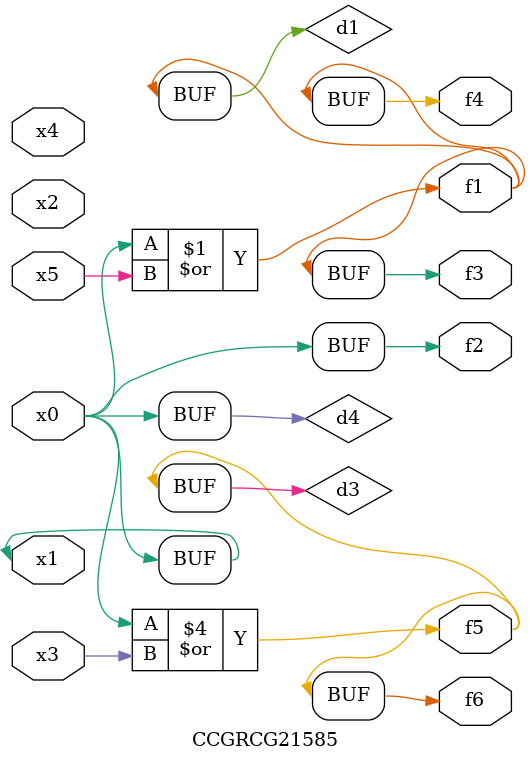
<source format=v>
module CCGRCG21585(
	input x0, x1, x2, x3, x4, x5,
	output f1, f2, f3, f4, f5, f6
);

	wire d1, d2, d3, d4;

	or (d1, x0, x5);
	xnor (d2, x1, x4);
	or (d3, x0, x3);
	buf (d4, x0, x1);
	assign f1 = d1;
	assign f2 = d4;
	assign f3 = d1;
	assign f4 = d1;
	assign f5 = d3;
	assign f6 = d3;
endmodule

</source>
